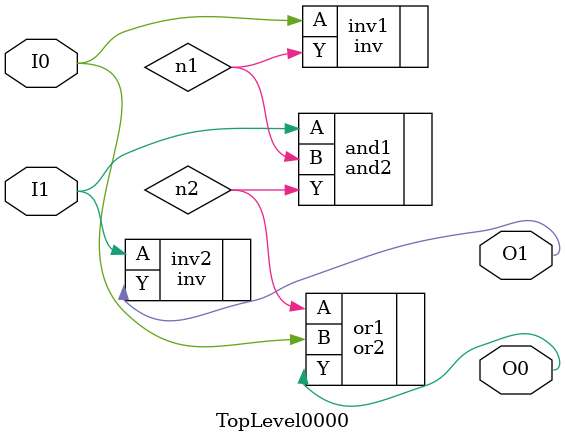
<source format=v>

module TopLevel0000(I0, I1, O0, O1);
  input I0, I1;
  output O0, O1;
  
  wire n1, n2;
  
  inv inv1(.A(I0), .Y(n1));           // n1 = ~I0
  and2 and1(.A(I1), .B(n1), .Y(n2)); // n2 = I1 & ~I0
  or2 or1(.A(n2), .B(I0), .Y(O0));   // O0 = n2 | I0
  inv inv2(.A(I1), .Y(O1));           // O1 = ~I1
  
endmodule

</source>
